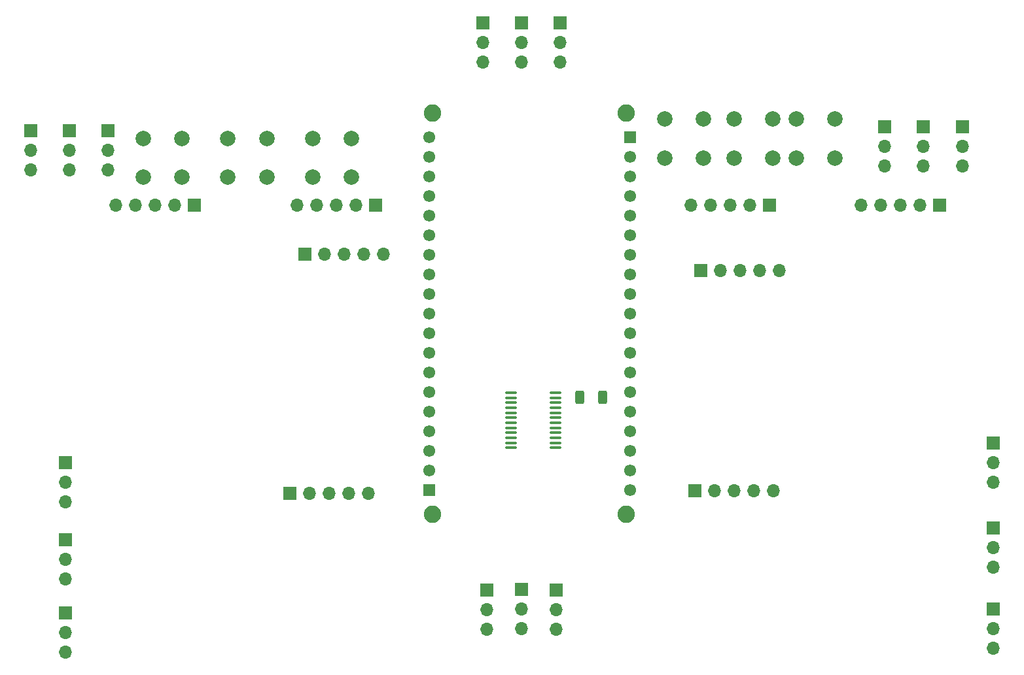
<source format=gbr>
%TF.GenerationSoftware,KiCad,Pcbnew,8.0.6*%
%TF.CreationDate,2024-11-02T11:22:20+01:00*%
%TF.ProjectId,Controller-BMU-Kombi,436f6e74-726f-46c6-9c65-722d424d552d,rev?*%
%TF.SameCoordinates,Original*%
%TF.FileFunction,Soldermask,Bot*%
%TF.FilePolarity,Negative*%
%FSLAX46Y46*%
G04 Gerber Fmt 4.6, Leading zero omitted, Abs format (unit mm)*
G04 Created by KiCad (PCBNEW 8.0.6) date 2024-11-02 11:22:20*
%MOMM*%
%LPD*%
G01*
G04 APERTURE LIST*
G04 Aperture macros list*
%AMRoundRect*
0 Rectangle with rounded corners*
0 $1 Rounding radius*
0 $2 $3 $4 $5 $6 $7 $8 $9 X,Y pos of 4 corners*
0 Add a 4 corners polygon primitive as box body*
4,1,4,$2,$3,$4,$5,$6,$7,$8,$9,$2,$3,0*
0 Add four circle primitives for the rounded corners*
1,1,$1+$1,$2,$3*
1,1,$1+$1,$4,$5*
1,1,$1+$1,$6,$7*
1,1,$1+$1,$8,$9*
0 Add four rect primitives between the rounded corners*
20,1,$1+$1,$2,$3,$4,$5,0*
20,1,$1+$1,$4,$5,$6,$7,0*
20,1,$1+$1,$6,$7,$8,$9,0*
20,1,$1+$1,$8,$9,$2,$3,0*%
G04 Aperture macros list end*
%ADD10R,1.700000X1.700000*%
%ADD11O,1.700000X1.700000*%
%ADD12C,2.000000*%
%ADD13C,2.250000*%
%ADD14RoundRect,0.102000X0.675000X0.675000X-0.675000X0.675000X-0.675000X-0.675000X0.675000X-0.675000X0*%
%ADD15C,1.554000*%
%ADD16RoundRect,0.100000X0.637500X0.100000X-0.637500X0.100000X-0.637500X-0.100000X0.637500X-0.100000X0*%
%ADD17RoundRect,0.250000X-0.312500X-0.625000X0.312500X-0.625000X0.312500X0.625000X-0.312500X0.625000X0*%
G04 APERTURE END LIST*
D10*
%TO.C,J26*%
X165150000Y-72600000D03*
D11*
X167690000Y-72600000D03*
X170230000Y-72600000D03*
X172770000Y-72600000D03*
X175310000Y-72600000D03*
%TD*%
D10*
%TO.C,J25*%
X113960000Y-70500000D03*
D11*
X116500000Y-70500000D03*
X119040000Y-70500000D03*
X121580000Y-70500000D03*
X124120000Y-70500000D03*
%TD*%
D10*
%TO.C,J22*%
X88500000Y-54475000D03*
D11*
X88500000Y-57015000D03*
X88500000Y-59555000D03*
%TD*%
D10*
%TO.C,J21*%
X83500000Y-54500000D03*
D11*
X83500000Y-57040000D03*
X83500000Y-59580000D03*
%TD*%
D10*
%TO.C,J10*%
X194000000Y-53975000D03*
D11*
X194000000Y-56515000D03*
X194000000Y-59055000D03*
%TD*%
D10*
%TO.C,J18*%
X83000000Y-107500000D03*
D11*
X83000000Y-110040000D03*
X83000000Y-112580000D03*
%TD*%
D12*
%TO.C,U7*%
X174500000Y-53000000D03*
X174500000Y-58000000D03*
X169500000Y-53000000D03*
X169500000Y-58000000D03*
%TD*%
D10*
%TO.C,J19*%
X83000000Y-97500000D03*
D11*
X83000000Y-100040000D03*
X83000000Y-102580000D03*
%TD*%
D12*
%TO.C,U3*%
X160500000Y-58000000D03*
X160500000Y-53000000D03*
X165500000Y-58000000D03*
X165500000Y-53000000D03*
%TD*%
%TO.C,U5*%
X120000000Y-55500000D03*
X120000000Y-60500000D03*
X115000000Y-55500000D03*
X115000000Y-60500000D03*
%TD*%
D10*
%TO.C,J9*%
X189000000Y-54000000D03*
D11*
X189000000Y-56540000D03*
X189000000Y-59080000D03*
%TD*%
D10*
%TO.C,J20*%
X78500000Y-54500000D03*
D11*
X78500000Y-57040000D03*
X78500000Y-59580000D03*
%TD*%
D10*
%TO.C,J8*%
X142000000Y-40475000D03*
D11*
X142000000Y-43015000D03*
X142000000Y-45555000D03*
%TD*%
D12*
%TO.C,U8*%
X104000000Y-60500000D03*
X104000000Y-55500000D03*
X109000000Y-60500000D03*
X109000000Y-55500000D03*
%TD*%
%TO.C,U6*%
X177500000Y-58000000D03*
X177500000Y-53000000D03*
X182500000Y-58000000D03*
X182500000Y-53000000D03*
%TD*%
D10*
%TO.C,J13*%
X203000000Y-105975000D03*
D11*
X203000000Y-108515000D03*
X203000000Y-111055000D03*
%TD*%
D10*
%TO.C,J12*%
X203000000Y-94975000D03*
D11*
X203000000Y-97515000D03*
X203000000Y-100055000D03*
%TD*%
D10*
%TO.C,J23*%
X146500000Y-114000000D03*
D11*
X146500000Y-116540000D03*
X146500000Y-119080000D03*
%TD*%
D12*
%TO.C,U4*%
X98000000Y-55500000D03*
X98000000Y-60500000D03*
X93000000Y-55500000D03*
X93000000Y-60500000D03*
%TD*%
D10*
%TO.C,J17*%
X83000000Y-117000000D03*
D11*
X83000000Y-119540000D03*
X83000000Y-122080000D03*
%TD*%
D10*
%TO.C,J15*%
X142000000Y-113960000D03*
D11*
X142000000Y-116500000D03*
X142000000Y-119040000D03*
%TD*%
D10*
%TO.C,J24*%
X147000000Y-40475000D03*
D11*
X147000000Y-43015000D03*
X147000000Y-45555000D03*
%TD*%
D10*
%TO.C,J11*%
X199000000Y-53975000D03*
D11*
X199000000Y-56515000D03*
X199000000Y-59055000D03*
%TD*%
D10*
%TO.C,J14*%
X203000000Y-116500000D03*
D11*
X203000000Y-119040000D03*
X203000000Y-121580000D03*
%TD*%
D10*
%TO.C,J5*%
X112000000Y-101500000D03*
D11*
X114540000Y-101500000D03*
X117080000Y-101500000D03*
X119620000Y-101500000D03*
X122160000Y-101500000D03*
%TD*%
D10*
%TO.C,J7*%
X137000000Y-40500000D03*
D11*
X137000000Y-43040000D03*
X137000000Y-45580000D03*
%TD*%
D10*
%TO.C,J16*%
X137500000Y-113975000D03*
D11*
X137500000Y-116515000D03*
X137500000Y-119055000D03*
%TD*%
D10*
%TO.C,J6*%
X164400000Y-101100000D03*
D11*
X166940000Y-101100000D03*
X169480000Y-101100000D03*
X172020000Y-101100000D03*
X174560000Y-101100000D03*
%TD*%
D13*
%TO.C,U2*%
X155500000Y-104195000D03*
X155500000Y-52195000D03*
X130500000Y-104195000D03*
X130500000Y-52195000D03*
D14*
X130000000Y-101055000D03*
D15*
X130000000Y-98515000D03*
X130000000Y-95975000D03*
X130000000Y-93435000D03*
X130000000Y-90895000D03*
X130000000Y-88355000D03*
X130000000Y-85815000D03*
X130000000Y-83275000D03*
X130000000Y-80735000D03*
X130000000Y-78195000D03*
X130000000Y-75655000D03*
X130000000Y-73115000D03*
X130000000Y-70575000D03*
X130000000Y-68035000D03*
X130000000Y-65495000D03*
X130000000Y-62955000D03*
X130000000Y-60415000D03*
X130000000Y-57875000D03*
X130000000Y-55335000D03*
D14*
X156000000Y-55335000D03*
D15*
X156000000Y-57875000D03*
X156000000Y-60415000D03*
X156000000Y-62955000D03*
X156000000Y-65495000D03*
X156000000Y-68035000D03*
X156000000Y-70575000D03*
X156000000Y-73115000D03*
X156000000Y-75655000D03*
X156000000Y-78195000D03*
X156000000Y-80735000D03*
X156000000Y-83275000D03*
X156000000Y-85815000D03*
X156000000Y-88355000D03*
X156000000Y-90895000D03*
X156000000Y-93435000D03*
X156000000Y-95975000D03*
X156000000Y-98515000D03*
X156000000Y-101055000D03*
%TD*%
D10*
%TO.C,J3*%
X174100000Y-64120000D03*
D11*
X171560000Y-64120000D03*
X169020000Y-64120000D03*
X166480000Y-64120000D03*
X163940000Y-64120000D03*
%TD*%
D10*
%TO.C,J1*%
X99675217Y-64100000D03*
D11*
X97135217Y-64100000D03*
X94595217Y-64100000D03*
X92055217Y-64100000D03*
X89515217Y-64100000D03*
%TD*%
D16*
%TO.C,U9*%
X146362500Y-88425000D03*
X146362500Y-89075000D03*
X146362500Y-89725000D03*
X146362500Y-90375000D03*
X146362500Y-91025000D03*
X146362500Y-91675000D03*
X146362500Y-92325000D03*
X146362500Y-92975000D03*
X146362500Y-93625000D03*
X146362500Y-94275000D03*
X146362500Y-94925000D03*
X146362500Y-95575000D03*
X140637500Y-95575000D03*
X140637500Y-94925000D03*
X140637500Y-94275000D03*
X140637500Y-93625000D03*
X140637500Y-92975000D03*
X140637500Y-92325000D03*
X140637500Y-91675000D03*
X140637500Y-91025000D03*
X140637500Y-90375000D03*
X140637500Y-89725000D03*
X140637500Y-89075000D03*
X140637500Y-88425000D03*
%TD*%
D10*
%TO.C,J4*%
X196100000Y-64120000D03*
D11*
X193560000Y-64120000D03*
X191020000Y-64120000D03*
X188480000Y-64120000D03*
X185940000Y-64120000D03*
%TD*%
D10*
%TO.C,J2*%
X123100000Y-64180000D03*
D11*
X120560000Y-64180000D03*
X118020000Y-64180000D03*
X115480000Y-64180000D03*
X112940000Y-64180000D03*
%TD*%
D17*
%TO.C,R2*%
X149537500Y-89000000D03*
X152462500Y-89000000D03*
%TD*%
M02*

</source>
